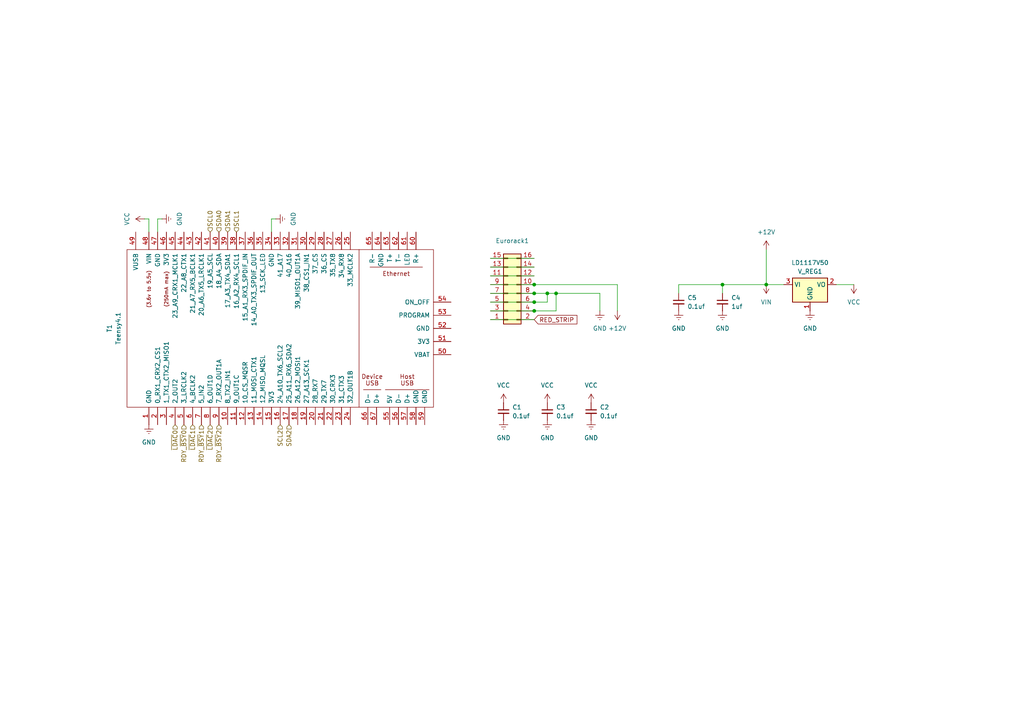
<source format=kicad_sch>
(kicad_sch (version 20231120) (generator "eeschema") (generator_version "8.0")
  (paper "A4")
  (title_block (title "MasterOfMuppets") (rev "0.0.0") (company "y3i12"))
  (lib_symbols
    (symbol "Connector_Generic:Conn_02x08_Odd_Even" (pin_names (offset 1.016) hide)
      (property "Reference" "J" (at 1.27 10.16 0))
      (property "Value" "Conn_02x08_Odd_Even" (at 1.27 -12.7 0))
      (symbol "Conn_02x08_Odd_Even_1_1"
        (rectangle (start -1.27 -10.033) (end 0 -10.287) (stroke (width 0.1524)))
        (rectangle (start -1.27 -7.493) (end 0 -7.747) (stroke (width 0.1524)))
        (rectangle (start -1.27 -4.953) (end 0 -5.207) (stroke (width 0.1524)))
        (rectangle (start -1.27 -2.413) (end 0 -2.667) (stroke (width 0.1524)))
        (rectangle (start -1.27 0.127) (end 0 -0.127) (stroke (width 0.1524)))
        (rectangle (start -1.27 2.667) (end 0 2.413) (stroke (width 0.1524)))
        (rectangle (start -1.27 5.207) (end 0 4.953) (stroke (width 0.1524)))
        (rectangle (start -1.27 7.747) (end 0 7.493) (stroke (width 0.1524)))
        (rectangle (start -1.27 8.89) (end 3.81 -11.43) (stroke (width 0.254)) (fill (type background)))
        (rectangle (start 3.81 -10.033) (end 2.54 -10.287) (stroke (width 0.1524)))
        (rectangle (start 3.81 -7.493) (end 2.54 -7.747) (stroke (width 0.1524)))
        (rectangle (start 3.81 -4.953) (end 2.54 -5.207) (stroke (width 0.1524)))
        (rectangle (start 3.81 -2.413) (end 2.54 -2.667) (stroke (width 0.1524)))
        (rectangle (start 3.81 0.127) (end 2.54 -0.127) (stroke (width 0.1524)))
        (rectangle (start 3.81 2.667) (end 2.54 2.413) (stroke (width 0.1524)))
        (rectangle (start 3.81 5.207) (end 2.54 4.953) (stroke (width 0.1524)))
        (rectangle (start 3.81 7.747) (end 2.54 7.493) (stroke (width 0.1524)))
        (pin passive line (at -5.08 7.62 0) (length 3.81) (name "Pin_1") (number "1"))
        (pin passive line (at 7.62 -2.54 180) (length 3.81) (name "Pin_10") (number "10"))
        (pin passive line (at -5.08 -5.08 0) (length 3.81) (name "Pin_11") (number "11"))
        (pin passive line (at 7.62 -5.08 180) (length 3.81) (name "Pin_12") (number "12"))
        (pin passive line (at -5.08 -7.62 0) (length 3.81) (name "Pin_13") (number "13"))
        (pin passive line (at 7.62 -7.62 180) (length 3.81) (name "Pin_14") (number "14"))
        (pin passive line (at -5.08 -10.16 0) (length 3.81) (name "Pin_15") (number "15"))
        (pin passive line (at 7.62 -10.16 180) (length 3.81) (name "Pin_16") (number "16"))
        (pin passive line (at 7.62 7.62 180) (length 3.81) (name "Pin_2") (number "2"))
        (pin passive line (at -5.08 5.08 0) (length 3.81) (name "Pin_3") (number "3"))
        (pin passive line (at 7.62 5.08 180) (length 3.81) (name "Pin_4") (number "4"))
        (pin passive line (at -5.08 2.54 0) (length 3.81) (name "Pin_5") (number "5"))
        (pin passive line (at 7.62 2.54 180) (length 3.81) (name "Pin_6") (number "6"))
        (pin passive line (at -5.08 0 0) (length 3.81) (name "Pin_7") (number "7"))
        (pin passive line (at 7.62 0 180) (length 3.81) (name "Pin_8") (number "8"))
        (pin passive line (at -5.08 -2.54 0) (length 3.81) (name "Pin_9") (number "9"))
      )
    )
    (symbol "Device:C_Small" (pin_numbers hide) (pin_names (offset 0.254) hide)
      (property "Reference" "C" (at 0.254 1.778 0))
      (property "Value" "C_Small" (at 0.254 -2.032 0))
      (symbol "C_Small_0_1"
        (polyline (pts (xy -1.524 -0.508) (xy 1.524 -0.508)) (stroke (width 0.3302)))
        (polyline (pts (xy -1.524 0.508) (xy 1.524 0.508)) (stroke (width 0.3048)))
      )
      (symbol "C_Small_1_1"
        (pin passive line (at 0 2.54 270) (length 2.032) (name "~") (number "1"))
        (pin passive line (at 0 -2.54 90) (length 2.032) (name "~") (number "2"))
      )
    )
    (symbol "Regulator_Linear:LD1117S50TR_SOT223"
      (property "Reference" "U" (at -3.81 3.175 0))
      (property "Value" "LD1117S50TR_SOT223" (at 0 3.175 0))
      (symbol "LD1117S50TR_SOT223_0_1"
        (rectangle (start -5.08 -5.08) (end 5.08 1.905) (stroke (width 0.254)) (fill (type background)))
      )
      (symbol "LD1117S50TR_SOT223_1_1"
        (pin power_in line (at 0 -7.62 90) (length 2.54) (name "GND") (number "1"))
        (pin power_out line (at 7.62 0 180) (length 2.54) (name "VO") (number "2"))
        (pin power_in line (at -7.62 0 0) (length 2.54) (name "VI") (number "3"))
      )
    )
    (symbol "power:+12V" (power) (pin_numbers hide) (pin_names (offset 0) hide)
      (property "Value" "+12V" (at 0 3.556 0))
      (symbol "+12V_0_1"
        (polyline (pts (xy -0.762 1.27) (xy 0 2.54)))
        (polyline (pts (xy 0 0) (xy 0 2.54)))
        (polyline (pts (xy 0 2.54) (xy 0.762 1.27)))
      )
      (symbol "+12V_1_1"
        (pin power_in line (at 0 0 90) (length 0) (name "~") (number "1"))
      )
    )
    (symbol "power:+5V" (power) (pin_numbers hide) (pin_names (offset 0) hide)
      (property "Value" "+5V" (at 0 3.556 0))
      (symbol "+5V_0_1"
        (polyline (pts (xy -0.762 1.27) (xy 0 2.54)))
        (polyline (pts (xy 0 0) (xy 0 2.54)))
        (polyline (pts (xy 0 2.54) (xy 0.762 1.27)))
      )
      (symbol "+5V_1_1"
        (pin power_in line (at 0 0 90) (length 0) (name "~") (number "1"))
      )
    )
    (symbol "power:GNDREF" (power) (pin_numbers hide) (pin_names (offset 0) hide)
      (property "Value" "GNDREF" (at 0 -3.81 0))
      (symbol "GNDREF_0_1"
        (polyline (pts (xy -0.635 -1.905) (xy 0.635 -1.905)))
        (polyline (pts (xy -0.127 -2.54) (xy 0.127 -2.54)))
        (polyline (pts (xy 0 -1.27) (xy 0 0)))
        (polyline (pts (xy 1.27 -1.27) (xy -1.27 -1.27)))
      )
      (symbol "GNDREF_1_1"
        (pin power_in line (at 0 0 270) (length 0) (name "~") (number "1"))
      )
    )
    (symbol "teensy:Teensy4.1" (pin_names (offset 1.016))
      (property "Reference" "U" (at 0 64.77 0))
      (property "Value" "Teensy4.1" (at 0 62.23 0))
      (symbol "Teensy4.1_0_0"
        (polyline (pts (xy -22.86 -6.35) (xy 22.86 -6.35)))
        (polyline (pts (xy -17.78 -26.67) (xy -17.78 -13.97)))
        (polyline (pts (xy -17.78 -7.62) (xy -17.78 -12.7)))
        (polyline (pts (xy 17.78 -9.525) (xy 17.78 -24.765)))
        (text "(250mA max)" (at 11.43 49.53 0) (effects (font (size 1.016 1.016))))
        (text "(3.6v to 5.5v)" (at 11.43 54.61 0) (effects (font (size 1.016 1.016))))
        (text "Device" (at -13.97 -10.16 900) (effects (font (size 1.27 1.27))))
        (text "Ethernet" (at 15.875 -17.145 900) (effects (font (size 1.27 1.27))))
        (text "Host" (at -13.97 -20.32 900) (effects (font (size 1.27 1.27))))
        (text "USB" (at -15.875 -20.32 900) (effects (font (size 1.27 1.27))))
        (text "USB" (at -15.875 -10.16 900) (effects (font (size 1.27 1.27))))
        (pin bidirectional line (at -27.94 31.75 0) (length 5.08) (name "8_TX2_IN1") (number "10"))
        (pin bidirectional line (at -27.94 29.21 0) (length 5.08) (name "9_OUT1C") (number "11"))
        (pin bidirectional line (at -27.94 26.67 0) (length 5.08) (name "10_CS_MQSR") (number "12"))
        (pin bidirectional line (at -27.94 24.13 0) (length 5.08) (name "11_MOSI_CTX1") (number "13"))
        (pin bidirectional line (at -27.94 21.59 0) (length 5.08) (name "12_MISO_MQSL") (number "14"))
        (pin power_in line (at -27.94 19.05 0) (length 5.08) (name "3V3") (number "15"))
        (pin bidirectional line (at -27.94 16.51 0) (length 5.08) (name "24_A10_TX6_SCL2") (number "16"))
        (pin bidirectional line (at -27.94 13.97 0) (length 5.08) (name "25_A11_RX6_SDA2") (number "17"))
        (pin bidirectional line (at -27.94 11.43 0) (length 5.08) (name "26_A12_MOSI1") (number "18"))
        (pin bidirectional line (at -27.94 8.89 0) (length 5.08) (name "27_A13_SCK1") (number "19"))
        (pin bidirectional line (at -27.94 6.35 0) (length 5.08) (name "28_RX7") (number "20"))
        (pin bidirectional line (at -27.94 3.81 0) (length 5.08) (name "29_TX7") (number "21"))
        (pin bidirectional line (at -27.94 1.27 0) (length 5.08) (name "30_CRX3") (number "22"))
        (pin bidirectional line (at -27.94 -1.27 0) (length 5.08) (name "31_CTX3") (number "23"))
        (pin bidirectional line (at -27.94 -3.81 0) (length 5.08) (name "32_OUT1B") (number "24"))
        (pin bidirectional line (at 27.94 -3.81 180) (length 5.08) (name "33_MCLK2") (number "25"))
        (pin bidirectional line (at 27.94 -1.27 180) (length 5.08) (name "34_RX8") (number "26"))
        (pin bidirectional line (at 27.94 1.27 180) (length 5.08) (name "35_TX8") (number "27"))
        (pin bidirectional line (at 27.94 3.81 180) (length 5.08) (name "36_CS") (number "28"))
        (pin bidirectional line (at 27.94 6.35 180) (length 5.08) (name "37_CS") (number "29"))
        (pin bidirectional line (at 27.94 8.89 180) (length 5.08) (name "38_CS1_IN1") (number "30"))
        (pin bidirectional line (at 27.94 11.43 180) (length 5.08) (name "39_MISO1_OUT1A") (number "31"))
        (pin bidirectional line (at 27.94 13.97 180) (length 5.08) (name "40_A16") (number "32"))
        (pin bidirectional line (at 27.94 16.51 180) (length 5.08) (name "41_A17") (number "33"))
        (pin bidirectional line (at 27.94 21.59 180) (length 5.08) (name "13_SCK_LED") (number "35"))
        (pin bidirectional line (at 27.94 24.13 180) (length 5.08) (name "14_A0_TX3_SPDIF_OUT") (number "36"))
        (pin bidirectional line (at 27.94 26.67 180) (length 5.08) (name "15_A1_RX3_SPDIF_IN") (number "37"))
        (pin bidirectional line (at 27.94 29.21 180) (length 5.08) (name "16_A2_RX4_SCL1") (number "38"))
        (pin bidirectional line (at 27.94 31.75 180) (length 5.08) (name "17_A3_TX4_SDA1") (number "39"))
        (pin bidirectional line (at 27.94 34.29 180) (length 5.08) (name "18_A4_SDA") (number "40"))
        (pin bidirectional line (at 27.94 36.83 180) (length 5.08) (name "19_A5_SCL") (number "41"))
        (pin bidirectional line (at 27.94 39.37 180) (length 5.08) (name "20_A6_TX5_LRCLK1") (number "42"))
        (pin bidirectional line (at 27.94 41.91 180) (length 5.08) (name "21_A7_RX5_BCLK1") (number "43"))
        (pin bidirectional line (at 27.94 44.45 180) (length 5.08) (name "22_A8_CTX1") (number "44"))
        (pin bidirectional line (at 27.94 46.99 180) (length 5.08) (name "23_A9_CRX1_MCLK1") (number "45"))
        (pin output line (at 27.94 49.53 180) (length 5.08) (name "3V3") (number "46"))
        (pin output line (at 27.94 52.07 180) (length 5.08) (name "GND") (number "47"))
        (pin power_in line (at 27.94 54.61 180) (length 5.08) (name "VIN") (number "48"))
        (pin power_out line (at 27.94 58.42 180) (length 5.08) (name "VUSB") (number "49"))
        (pin bidirectional line (at -27.94 44.45 0) (length 5.08) (name "3_LRCLK2") (number "5"))
        (pin power_in line (at -7.62 -33.02 90) (length 5.08) (name "VBAT") (number "50"))
        (pin power_in line (at -3.81 -33.02 90) (length 5.08) (name "3V3") (number "51"))
        (pin input line (at 0 -33.02 90) (length 5.08) (name "GND") (number "52"))
        (pin input line (at 3.81 -33.02 90) (length 5.08) (name "PROGRAM") (number "53"))
        (pin input line (at 7.62 -33.02 90) (length 5.08) (name "ON_OFF") (number "54"))
        (pin power_out line (at -27.94 -15.24 0) (length 5.08) (name "5V") (number "55"))
        (pin bidirectional line (at -27.94 -17.78 0) (length 5.08) (name "D-") (number "56"))
        (pin bidirectional line (at -27.94 -20.32 0) (length 5.08) (name "D+") (number "57"))
        (pin power_in line (at -27.94 -22.86 0) (length 5.08) (name "GND") (number "58"))
        (pin power_in line (at -27.94 -25.4 0) (length 5.08) (name "GND") (number "59"))
        (pin bidirectional line (at -27.94 41.91 0) (length 5.08) (name "4_BCLK2") (number "6"))
        (pin bidirectional line (at 27.94 -22.86 180) (length 5.08) (name "R+") (number "60"))
        (pin bidirectional line (at 27.94 -20.32 180) (length 5.08) (name "LED") (number "61"))
        (pin bidirectional line (at 27.94 -17.78 180) (length 5.08) (name "T-") (number "62"))
        (pin bidirectional line (at 27.94 -15.24 180) (length 5.08) (name "T+") (number "63"))
        (pin power_in line (at 27.94 -12.7 180) (length 5.08) (name "GND") (number "64"))
        (pin bidirectional line (at 27.94 -10.16 180) (length 5.08) (name "R-") (number "65"))
        (pin bidirectional line (at -27.94 -8.89 0) (length 5.08) (name "D-") (number "66"))
        (pin bidirectional line (at -27.94 -11.43 0) (length 5.08) (name "D+") (number "67"))
        (pin bidirectional line (at -27.94 39.37 0) (length 5.08) (name "5_IN2") (number "7"))
        (pin bidirectional line (at -27.94 36.83 0) (length 5.08) (name "6_OUT1D") (number "8"))
        (pin bidirectional line (at -27.94 34.29 0) (length 5.08) (name "7_RX2_OUT1A") (number "9"))
      )
      (symbol "Teensy4.1_0_1"
        (rectangle (start -22.86 60.96) (end 22.86 -27.94))
        (rectangle (start -20.32 -1.27) (end -20.32 -1.27))
      )
      (symbol "Teensy4.1_1_1"
        (pin power_in line (at -27.94 54.61 0) (length 5.08) (name "GND") (number "1"))
        (pin bidirectional line (at -27.94 52.07 0) (length 5.08) (name "0_RX1_CRX2_CS1") (number "2"))
        (pin bidirectional line (at -27.94 49.53 0) (length 5.08) (name "1_TX1_CTX2_MISO1") (number "3"))
        (pin power_in line (at 27.94 19.05 180) (length 5.08) (name "GND") (number "34"))
        (pin bidirectional line (at -27.94 46.99 0) (length 5.08) (name "2_OUT2") (number "4"))
      )
    )
  )
  (junction (at 158.75 85.09))
  (junction (at 154.94 85.09))
  (junction (at 154.94 87.63))
  (junction (at 154.94 82.55))
  (junction (at 154.94 90.17))
  (junction (at 161.29 85.09))
  (junction (at 222.25 82.55))
  (junction (at 209.55 82.55))
  (wire (pts (xy 142.24 77.47) (xy 154.94 77.47)))
  (wire (pts (xy 43.18 63.5) (xy 43.18 67.31)))
  (wire (pts (xy 45.72 63.5) (xy 45.72 67.31)))
  (wire (pts (xy 173.99 85.09) (xy 173.99 90.17)))
  (wire (pts (xy 154.94 87.63) (xy 158.75 87.63)))
  (wire (pts (xy 142.24 85.09) (xy 154.94 85.09)))
  (wire (pts (xy 142.24 82.55) (xy 154.94 82.55)))
  (wire (pts (xy 154.94 82.55) (xy 179.07 82.55)))
  (wire (pts (xy 154.94 90.17) (xy 161.29 90.17)))
  (wire (pts (xy 78.74 63.5) (xy 80.01 63.5)))
  (wire (pts (xy 78.74 67.31) (xy 78.74 63.5)))
  (wire (pts (xy 161.29 85.09) (xy 173.99 85.09)))
  (wire (pts (xy 209.55 82.55) (xy 222.25 82.55)))
  (wire (pts (xy 142.24 90.17) (xy 154.94 90.17)))
  (wire (pts (xy 154.94 85.09) (xy 158.75 85.09)))
  (wire (pts (xy 179.07 82.55) (xy 179.07 90.17)))
  (wire (pts (xy 196.85 82.55) (xy 209.55 82.55)))
  (wire (pts (xy 46.99 63.5) (xy 45.72 63.5)))
  (wire (pts (xy 161.29 85.09) (xy 161.29 90.17)))
  (wire (pts (xy 196.85 82.55) (xy 196.85 85.09)))
  (wire (pts (xy 242.57 82.55) (xy 247.65 82.55)))
  (wire (pts (xy 142.24 92.71) (xy 154.94 92.71)))
  (wire (pts (xy 222.25 72.39) (xy 222.25 82.55)))
  (wire (pts (xy 158.75 85.09) (xy 158.75 87.63)))
  (wire (pts (xy 222.25 82.55) (xy 227.33 82.55)))
  (wire (pts (xy 142.24 74.93) (xy 154.94 74.93)))
  (wire (pts (xy 142.24 87.63) (xy 154.94 87.63)))
  (wire (pts (xy 158.75 85.09) (xy 161.29 85.09)))
  (wire (pts (xy 209.55 82.55) (xy 209.55 85.09)))
  (wire (pts (xy 142.24 80.01) (xy 154.94 80.01)))
  (wire (pts (xy 41.91 63.5) (xy 43.18 63.5)))
  (global_label "RED_STRIP" (shape input) (at 154.94 92.71 0) (property "Intersheetrefs" "${INTERSHEET_REFS}" (effects (hide yes))))
  (hierarchical_label "SDA0" (shape input) (at 63.5 67.31 90))
  (hierarchical_label "~{LDAC}2" (shape input) (at 60.96 123.19 270))
  (hierarchical_label "SCL2" (shape input) (at 81.28 123.19 270))
  (hierarchical_label "RDY_~{BSY}0" (shape input) (at 53.34 123.19 270))
  (hierarchical_label "RDY_~{BSY}1" (shape input) (at 58.42 123.19 270))
  (hierarchical_label "SCL0" (shape input) (at 60.96 67.31 90))
  (hierarchical_label "SDA1" (shape input) (at 66.04 67.31 90))
  (hierarchical_label "SDA2" (shape input) (at 83.82 123.19 270))
  (hierarchical_label "SCL1" (shape input) (at 68.58 67.31 90))
  (hierarchical_label "RDY_~{BSY}2" (shape input) (at 63.5 123.19 270))
  (hierarchical_label "~{LDAC}1" (shape input) (at 55.88 123.19 270))
  (hierarchical_label "~{LDAC}0" (shape input) (at 50.8 123.19 270))
  (symbol (lib_id "power:GNDREF") (at 209.55 90.17 0) (unit 1)
    (property "Reference" "#PWR038" (effects (hide yes)))
    (property "Value" "GND" (at 209.55 95.25 0))
    (property "Description" "Power symbol creates a global label with name \"GNDREF\" , reference supply ground" (effects (hide yes)))
  )
  (symbol (lib_id "power:GNDREF") (at 46.99 63.5 90) (unit 1)
    (property "Reference" "#PWR010" (effects (hide yes)))
    (property "Value" "GND" (at 52.07 63.5 0))
    (property "Description" "Power symbol creates a global label with name \"GNDREF\" , reference supply ground" (effects (hide yes)))
  )
  (symbol (lib_id "power:GNDREF") (at 171.45 121.92 0) (unit 1)
    (property "Reference" "#PWR018" (effects (hide yes)))
    (property "Value" "GND" (at 171.45 127 0))
    (property "Description" "Power symbol creates a global label with name \"GNDREF\" , reference supply ground" (effects (hide yes)))
  )
  (symbol (lib_id "teensy:Teensy4.1") (at 97.79 95.25 90) (unit 1)
    (property "Reference" "T1" (at 31.75 95.25 0))
    (property "Value" "Teensy4.1" (at 34.29 95.25 0))
    (property "Footprint" "teensy.pretty-master:Teensy41" (effects (hide yes)))
  )
  (symbol (lib_id "power:+5V") (at 247.65 82.55 180) (unit 1)
    (property "Reference" "#PWR042" (effects (hide yes)))
    (property "Value" "VCC" (at 247.65 87.63 0))
    (property "Description" "Power symbol creates a global label with name \"+5V\"" (effects (hide yes)))
  )
  (symbol (lib_id "power:GNDREF") (at 80.01 63.5 90) (unit 1)
    (property "Reference" "#PWR011" (effects (hide yes)))
    (property "Value" "GND" (at 85.09 63.5 0))
    (property "Description" "Power symbol creates a global label with name \"GNDREF\" , reference supply ground" (effects (hide yes)))
  )
  (symbol (lib_id "power:GNDREF") (at 173.99 90.17 0) (unit 1)
    (property "Reference" "#PWR035" (effects (hide yes)))
    (property "Value" "GND" (at 173.99 95.25 0))
    (property "Description" "Power symbol creates a global label with name \"GNDREF\" , reference supply ground" (effects (hide yes)))
  )
  (symbol (lib_id "power:+5V") (at 146.05 116.84 0) (unit 1)
    (property "Reference" "#PWR012" (effects (hide yes)))
    (property "Value" "VCC" (at 146.05 111.76 0))
    (property "Description" "Power symbol creates a global label with name \"+5V\"" (effects (hide yes)))
  )
  (symbol (lib_id "Device:C_Small") (at 171.45 119.38 0) (unit 1)
    (property "Reference" "C2" (at 173.99 118.1162 0) (effects (justify left)))
    (property "Value" "0.1uf" (at 173.99 120.6562 0) (effects (justify left)))
    (property "Footprint" "Capacitor_THT:C_Disc_D5.0mm_W2.5mm_P5.00mm" (effects (hide yes)))
    (property "Description" "Unpolarized capacitor, small symbol" (effects (hide yes)))
  )
  (symbol (lib_id "power:+12V") (at 179.07 90.17 180) (unit 1)
    (property "Reference" "#PWR036" (effects (hide yes)))
    (property "Value" "+12V" (at 179.07 95.25 0))
    (property "Description" "Power symbol creates a global label with name \"+12V\"" (effects (hide yes)))
  )
  (symbol (lib_id "Device:C_Small") (at 146.05 119.38 0) (unit 1)
    (property "Reference" "C1" (at 148.59 118.1162 0) (effects (justify left)))
    (property "Value" "0.1uf" (at 148.59 120.6562 0) (effects (justify left)))
    (property "Footprint" "Capacitor_THT:C_Disc_D5.0mm_W2.5mm_P5.00mm" (effects (hide yes)))
    (property "Description" "Unpolarized capacitor, small symbol" (effects (hide yes)))
  )
  (symbol (lib_id "power:+12V") (at 222.25 72.39 0) (unit 1)
    (property "Reference" "#PWR039" (effects (hide yes)))
    (property "Value" "+12V" (at 222.25 67.31 0))
    (property "Description" "Power symbol creates a global label with name \"+12V\"" (effects (hide yes)))
  )
  (symbol (lib_id "power:GNDREF") (at 196.85 90.17 0) (unit 1)
    (property "Reference" "#PWR037" (effects (hide yes)))
    (property "Value" "GND" (at 196.85 95.25 0))
    (property "Description" "Power symbol creates a global label with name \"GNDREF\" , reference supply ground" (effects (hide yes)))
  )
  (symbol (lib_id "Connector_Generic:Conn_02x08_Odd_Even") (at 147.32 85.09 0) (mirror x) (unit 1)
    (property "Reference" "Eurorack1" (at 148.59 69.85 0))
    (property "Footprint" "Connector_IDC:IDC-Header_2x08_P2.54mm_Vertical" (effects (hide yes)))
    (property "Description" "Generic connector, double row, 02x08, odd/even pin numbering scheme (row 1 odd numbers, row 2 even numbers), script generated (kicad-library-utils/schlib/autogen/connector/)" (effects (hide yes)))
  )
  (symbol (lib_id "power:+5V") (at 171.45 116.84 0) (unit 1)
    (property "Reference" "#PWR017" (effects (hide yes)))
    (property "Value" "VCC" (at 171.45 111.76 0))
    (property "Description" "Power symbol creates a global label with name \"+5V\"" (effects (hide yes)))
  )
  (symbol (lib_id "power:+5V") (at 158.75 116.84 0) (unit 1)
    (property "Reference" "#PWR015" (effects (hide yes)))
    (property "Value" "VCC" (at 158.75 111.76 0))
    (property "Description" "Power symbol creates a global label with name \"+5V\"" (effects (hide yes)))
  )
  (symbol (lib_id "power:+12V") (at 222.25 82.55 180) (unit 1)
    (property "Reference" "#PWR040" (effects (hide yes)))
    (property "Value" "VIN" (at 222.25 87.63 0))
    (property "Description" "Power symbol creates a global label with name \"+12V\"" (effects (hide yes)))
  )
  (symbol (lib_id "power:GNDREF") (at 146.05 121.92 0) (unit 1)
    (property "Reference" "#PWR014" (effects (hide yes)))
    (property "Value" "GND" (at 146.05 127 0))
    (property "Description" "Power symbol creates a global label with name \"GNDREF\" , reference supply ground" (effects (hide yes)))
  )
  (symbol (lib_id "Device:C_Small") (at 209.55 87.63 0) (unit 1)
    (property "Reference" "C4" (at 212.09 86.3662 0) (effects (justify left)))
    (property "Value" "1uf" (at 212.09 88.9062 0) (effects (justify left)))
    (property "Footprint" "Capacitor_THT:C_Disc_D5.0mm_W2.5mm_P5.00mm" (effects (hide yes)))
    (property "Description" "Unpolarized capacitor, small symbol" (effects (hide yes)))
  )
  (symbol (lib_id "Regulator_Linear:LD1117S50TR_SOT223") (at 234.95 82.55 0) (unit 1)
    (property "Reference" "V_REG1" (at 234.95 78.74 0))
    (property "Value" "LD1117V50" (at 234.95 76.2 0))
    (property "Footprint" "PCM_4ms_Package_TO:TO-220-3_Vertical" (effects (hide yes)))
    (property "Datasheet" "http://www.st.com/st-web-ui/static/active/en/resource/technical/document/datasheet/CD00000544.pdf" (effects (hide yes)))
    (property "Description" "800mA Fixed Low Drop Positive Voltage Regulator, Fixed Output 5.0V, SOT-223" (effects (hide yes)))
  )
  (symbol (lib_id "power:GNDREF") (at 158.75 121.92 0) (unit 1)
    (property "Reference" "#PWR016" (effects (hide yes)))
    (property "Value" "GND" (at 158.75 127 0))
    (property "Description" "Power symbol creates a global label with name \"GNDREF\" , reference supply ground" (effects (hide yes)))
  )
  (symbol (lib_id "power:+5V") (at 41.91 63.5 90) (unit 1)
    (property "Reference" "#PWR01" (effects (hide yes)))
    (property "Value" "VCC" (at 36.83 63.5 0))
    (property "Description" "Power symbol creates a global label with name \"+5V\"" (effects (hide yes)))
  )
  (symbol (lib_id "power:GNDREF") (at 43.18 123.19 0) (unit 1)
    (property "Reference" "#PWR03" (effects (hide yes)))
    (property "Value" "GND" (at 43.18 128.27 0))
    (property "Description" "Power symbol creates a global label with name \"GNDREF\" , reference supply ground" (effects (hide yes)))
  )
  (symbol (lib_id "Device:C_Small") (at 196.85 87.63 0) (unit 1)
    (property "Reference" "C5" (at 199.39 86.3662 0) (effects (justify left)))
    (property "Value" "0.1uf" (at 199.39 88.9062 0) (effects (justify left)))
    (property "Footprint" "Capacitor_THT:C_Disc_D5.0mm_W2.5mm_P5.00mm" (effects (hide yes)))
    (property "Description" "Unpolarized capacitor, small symbol" (effects (hide yes)))
  )
  (symbol (lib_id "power:GNDREF") (at 234.95 90.17 0) (unit 1)
    (property "Reference" "#PWR041" (effects (hide yes)))
    (property "Value" "GND" (at 234.95 95.25 0))
    (property "Description" "Power symbol creates a global label with name \"GNDREF\" , reference supply ground" (effects (hide yes)))
  )
  (symbol (lib_id "Device:C_Small") (at 158.75 119.38 0) (unit 1)
    (property "Reference" "C3" (at 161.29 118.1162 0) (effects (justify left)))
    (property "Value" "0.1uf" (at 161.29 120.6562 0) (effects (justify left)))
    (property "Footprint" "Capacitor_THT:C_Disc_D5.0mm_W2.5mm_P5.00mm" (effects (hide yes)))
    (property "Description" "Unpolarized capacitor, small symbol" (effects (hide yes)))
  )
)
</source>
